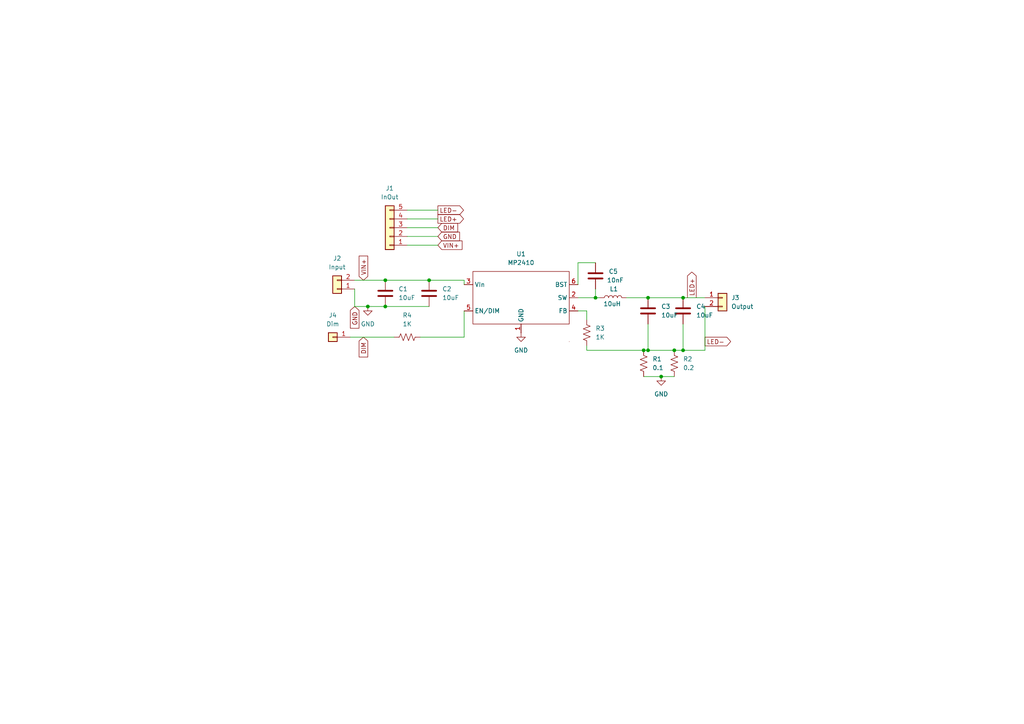
<source format=kicad_sch>
(kicad_sch (version 20250114) (generator "eeschema") (generator_version "9.0")
  (paper "A4")
  (lib_symbols
    (symbol "1_PowerICs:MP2410"
      (property "Reference" "U" (at -5.588 -2.54 0))
      (symbol "MP2410_0_1"
        (rectangle (start -13.97 7.62) (end 13.97 -7.62))
        (rectangle (start 13.97 -12.7) (end 13.97 -12.7))
      )
      (symbol "MP2410_1_1"
        (pin power_in line (at -16.51 3.81 0) (length 2.54) (name "VIn") (number "3"))
        (pin input line (at -16.51 -3.81 0) (length 2.54) (name "EN/DIM") (number "5"))
        (pin power_in line (at 0 -10.16 90) (length 2.54) (name "GND") (number "1"))
        (pin input line (at 16.51 3.81 180) (length 2.54) (name "BST") (number "6"))
        (pin power_out line (at 16.51 0 180) (length 2.54) (name "SW") (number "2"))
        (pin input line (at 16.51 -3.81 180) (length 2.54) (name "FB") (number "4"))
      )
    )
    (symbol "Connector_Generic:Conn_01x01" (pin_names (offset 1.016) (hide yes))
      (property "Reference" "J" (at 0 2.54 0))
      (property "Value" "Conn_01x01" (at 0 -2.54 0))
      (symbol "Conn_01x01_1_1"
        (rectangle (start -1.27 1.27) (end 1.27 -1.27) (stroke (width 0.254)) (fill (type background)))
        (rectangle (start -1.27 0.127) (end 0 -0.127) (stroke (width 0.1524)))
        (pin passive line (at -5.08 0 0) (length 3.81) (name "Pin_1") (number "1"))
      )
    )
    (symbol "Connector_Generic:Conn_01x02" (pin_names (offset 1.016) (hide yes))
      (property "Reference" "J" (at 0 2.54 0))
      (property "Value" "Conn_01x02" (at 0 -5.08 0))
      (symbol "Conn_01x02_1_1"
        (rectangle (start -1.27 1.27) (end 1.27 -3.81) (stroke (width 0.254)) (fill (type background)))
        (rectangle (start -1.27 0.127) (end 0 -0.127) (stroke (width 0.1524)))
        (rectangle (start -1.27 -2.413) (end 0 -2.667) (stroke (width 0.1524)))
        (pin passive line (at -5.08 0 0) (length 3.81) (name "Pin_1") (number "1"))
        (pin passive line (at -5.08 -2.54 0) (length 3.81) (name "Pin_2") (number "2"))
      )
    )
    (symbol "Connector_Generic:Conn_01x05" (pin_names (offset 1.016) (hide yes))
      (property "Reference" "J" (at 0 7.62 0))
      (property "Value" "Conn_01x05" (at 0 -7.62 0))
      (symbol "Conn_01x05_1_1"
        (rectangle (start -1.27 6.35) (end 1.27 -6.35) (stroke (width 0.254)) (fill (type background)))
        (rectangle (start -1.27 5.207) (end 0 4.953) (stroke (width 0.1524)))
        (rectangle (start -1.27 2.667) (end 0 2.413) (stroke (width 0.1524)))
        (rectangle (start -1.27 0.127) (end 0 -0.127) (stroke (width 0.1524)))
        (rectangle (start -1.27 -2.413) (end 0 -2.667) (stroke (width 0.1524)))
        (rectangle (start -1.27 -4.953) (end 0 -5.207) (stroke (width 0.1524)))
        (pin passive line (at -5.08 5.08 0) (length 3.81) (name "Pin_1") (number "1"))
        (pin passive line (at -5.08 2.54 0) (length 3.81) (name "Pin_2") (number "2"))
        (pin passive line (at -5.08 0 0) (length 3.81) (name "Pin_3") (number "3"))
        (pin passive line (at -5.08 -2.54 0) (length 3.81) (name "Pin_4") (number "4"))
        (pin passive line (at -5.08 -5.08 0) (length 3.81) (name "Pin_5") (number "5"))
      )
    )
    (symbol "Device:C" (pin_numbers (hide yes)) (pin_names (offset 0.254))
      (property "Reference" "C" (at 0.635 2.54 0))
      (property "Value" "C" (at 0.635 -2.54 0))
      (symbol "C_0_1"
        (polyline (pts (xy -2.032 0.762) (xy 2.032 0.762)) (stroke (width 0.508)))
        (polyline (pts (xy -2.032 -0.762) (xy 2.032 -0.762)) (stroke (width 0.508)))
      )
      (symbol "C_1_1"
        (pin passive line (at 0 3.81 270) (length 2.794) (name "~") (number "1"))
        (pin passive line (at 0 -3.81 90) (length 2.794) (name "~") (number "2"))
      )
    )
    (symbol "Device:L" (pin_numbers (hide yes)) (pin_names (offset 1.016) (hide yes))
      (property "Reference" "L" (at -1.27 0 90))
      (property "Value" "L" (at 1.905 0 90))
      (symbol "L_0_1"
        (arc (start 0 2.54) (mid 0.6323 1.905) (end 0 1.27))
        (arc (start 0 1.27) (mid 0.6323 0.635) (end 0 0))
        (arc (start 0 0) (mid 0.6323 -0.635) (end 0 -1.27))
        (arc (start 0 -1.27) (mid 0.6323 -1.905) (end 0 -2.54))
      )
      (symbol "L_1_1"
        (pin passive line (at 0 3.81 270) (length 1.27) (name "1") (number "1"))
        (pin passive line (at 0 -3.81 90) (length 1.27) (name "2") (number "2"))
      )
    )
    (symbol "Device:R_US" (pin_numbers (hide yes)) (pin_names (offset 0))
      (property "Reference" "R" (at 2.54 0 90))
      (property "Value" "R_US" (at -2.54 0 90))
      (symbol "R_US_0_1"
        (polyline (pts (xy 0 2.286) (xy 0 2.54)))
        (polyline (pts (xy 0 2.286) (xy 1.016 1.905) (xy 0 1.524) (xy -1.016 1.143) (xy 0 0.762)))
        (polyline (pts (xy 0 0.762) (xy 1.016 0.381) (xy 0 0) (xy -1.016 -0.381) (xy 0 -0.762)))
        (polyline (pts (xy 0 -0.762) (xy 1.016 -1.143) (xy 0 -1.524) (xy -1.016 -1.905) (xy 0 -2.286)))
        (polyline (pts (xy 0 -2.286) (xy 0 -2.54)))
      )
      (symbol "R_US_1_1"
        (pin passive line (at 0 3.81 270) (length 1.27) (name "~") (number "1"))
        (pin passive line (at 0 -3.81 90) (length 1.27) (name "~") (number "2"))
      )
    )
    (symbol "power:GND" (power) (pin_numbers (hide yes)) (pin_names (offset 0) (hide yes))
      (property "Value" "GND" (at 0 -3.81 0))
      (symbol "GND_0_1"
        (polyline (pts (xy 0 0) (xy 0 -1.27) (xy 1.27 -1.27) (xy 0 -2.54) (xy -1.27 -1.27) (xy 0 -1.27)))
      )
      (symbol "GND_1_1"
        (pin power_in line (at 0 0 270) (length 0) (name "~") (number "1"))
      )
    )
  )
  (junction (at 186.69 101.6))
  (junction (at 106.68 88.9))
  (junction (at 187.96 101.6))
  (junction (at 124.46 81.28))
  (junction (at 172.72 86.36))
  (junction (at 198.12 101.6))
  (junction (at 111.76 88.9))
  (junction (at 111.76 81.28))
  (junction (at 198.12 86.36))
  (junction (at 195.58 101.6))
  (junction (at 187.96 86.36))
  (junction (at 191.77 109.22))
  (wire (pts (xy 118.11 63.5) (xy 127 63.5)))
  (wire (pts (xy 187.96 101.6) (xy 195.58 101.6)))
  (wire (pts (xy 186.69 101.6) (xy 170.18 101.6)))
  (wire (pts (xy 170.18 101.6) (xy 170.18 100.33)))
  (wire (pts (xy 102.87 88.9) (xy 102.87 83.82)))
  (wire (pts (xy 106.68 88.9) (xy 102.87 88.9)))
  (wire (pts (xy 111.76 81.28) (xy 124.46 81.28)))
  (wire (pts (xy 102.87 81.28) (xy 111.76 81.28)))
  (wire (pts (xy 204.47 88.9) (xy 204.47 101.6)))
  (wire (pts (xy 187.96 93.98) (xy 187.96 101.6)))
  (wire (pts (xy 167.64 82.55) (xy 167.64 76.2)))
  (wire (pts (xy 118.11 71.12) (xy 127 71.12)))
  (wire (pts (xy 186.69 101.6) (xy 187.96 101.6)))
  (wire (pts (xy 118.11 68.58) (xy 127 68.58)))
  (wire (pts (xy 111.76 88.9) (xy 106.68 88.9)))
  (wire (pts (xy 198.12 93.98) (xy 198.12 101.6)))
  (wire (pts (xy 134.62 90.17) (xy 134.62 97.79)))
  (wire (pts (xy 181.61 86.36) (xy 187.96 86.36)))
  (wire (pts (xy 186.69 109.22) (xy 191.77 109.22)))
  (wire (pts (xy 101.6 97.79) (xy 114.3 97.79)))
  (wire (pts (xy 167.64 86.36) (xy 172.72 86.36)))
  (wire (pts (xy 167.64 76.2) (xy 172.72 76.2)))
  (wire (pts (xy 170.18 92.71) (xy 170.18 90.17)))
  (wire (pts (xy 204.47 101.6) (xy 198.12 101.6)))
  (wire (pts (xy 118.11 60.96) (xy 127 60.96)))
  (wire (pts (xy 172.72 86.36) (xy 173.99 86.36)))
  (wire (pts (xy 198.12 101.6) (xy 195.58 101.6)))
  (wire (pts (xy 172.72 83.82) (xy 172.72 86.36)))
  (wire (pts (xy 191.77 109.22) (xy 195.58 109.22)))
  (wire (pts (xy 134.62 81.28) (xy 134.62 82.55)))
  (wire (pts (xy 198.12 86.36) (xy 204.47 86.36)))
  (wire (pts (xy 111.76 88.9) (xy 124.46 88.9)))
  (wire (pts (xy 170.18 90.17) (xy 167.64 90.17)))
  (wire (pts (xy 118.11 66.04) (xy 127 66.04)))
  (wire (pts (xy 134.62 97.79) (xy 121.92 97.79)))
  (wire (pts (xy 187.96 86.36) (xy 198.12 86.36)))
  (wire (pts (xy 124.46 81.28) (xy 134.62 81.28)))
  (global_label "LED-" (shape output) (at 127 60.96 0) (property "Intersheetrefs" "${INTERSHEET_REFS}" (effects (hide yes))))
  (global_label "LED+" (shape output) (at 127 63.5 0) (property "Intersheetrefs" "${INTERSHEET_REFS}" (effects (hide yes))))
  (global_label "GND" (shape input) (at 102.87 88.9 270) (property "Intersheetrefs" "${INTERSHEET_REFS}" (effects (hide yes))))
  (global_label "GND" (shape input) (at 127 68.58 0) (property "Intersheetrefs" "${INTERSHEET_REFS}" (effects (hide yes))))
  (global_label "DIM" (shape input) (at 127 66.04 0) (property "Intersheetrefs" "${INTERSHEET_REFS}" (effects (hide yes))))
  (global_label "VIN+" (shape input) (at 105.41 81.28 90) (property "Intersheetrefs" "${INTERSHEET_REFS}" (effects (hide yes))))
  (global_label "LED+" (shape output) (at 200.66 86.36 90) (property "Intersheetrefs" "${INTERSHEET_REFS}" (effects (hide yes))))
  (global_label "LED-" (shape output) (at 204.47 99.06 0) (property "Intersheetrefs" "${INTERSHEET_REFS}" (effects (hide yes))))
  (global_label "DIM" (shape input) (at 105.41 97.79 270) (property "Intersheetrefs" "${INTERSHEET_REFS}" (effects (hide yes))))
  (global_label "VIN+" (shape input) (at 127 71.12 0) (property "Intersheetrefs" "${INTERSHEET_REFS}" (effects (hide yes))))
  (symbol (lib_id "Device:R_US") (at 186.69 105.41 0) (unit 1)
    (property "Reference" "R1" (at 189.23 104.1399 0) (effects (justify left)))
    (property "Value" "0.1" (at 189.23 106.6799 0) (effects (justify left)))
    (property "Footprint" "Resistor_SMD:R_1206_3216Metric_Pad1.30x1.75mm_HandSolder" (effects (hide yes)))
    (property "Description" "Resistor, US symbol" (effects (hide yes)))
  )
  (symbol (lib_id "power:GND") (at 106.68 88.9 0) (unit 1)
    (property "Reference" "#PWR01" (effects (hide yes)))
    (property "Value" "GND" (at 106.68 93.98 0))
    (property "Description" "Power symbol creates a global label with name \"GND\" , ground" (effects (hide yes)))
  )
  (symbol (lib_id "Device:C") (at 172.72 80.01 0) (unit 1)
    (property "Reference" "C5" (at 176.53 78.7399 0) (effects (justify left)))
    (property "Value" "10nF" (at 176.022 81.28 0) (effects (justify left)))
    (property "Footprint" "Capacitor_SMD:C_0805_2012Metric" (effects (hide yes)))
    (property "Description" "Unpolarized capacitor" (effects (hide yes)))
  )
  (symbol (lib_id "Device:C") (at 187.96 90.17 0) (unit 1)
    (property "Reference" "C3" (at 191.77 88.8999 0) (effects (justify left)))
    (property "Value" "10uF" (at 191.77 91.4399 0) (effects (justify left)))
    (property "Footprint" "Capacitor_SMD:C_1210_3225Metric" (effects (hide yes)))
    (property "Description" "Unpolarized capacitor" (effects (hide yes)))
  )
  (symbol (lib_id "Connector_Generic:Conn_01x02") (at 97.79 83.82 180) (unit 1)
    (property "Reference" "J2" (at 97.79 74.93 0))
    (property "Value" "Input" (at 97.79 77.47 0))
    (property "Footprint" "Connector_PinHeader_2.54mm:PinHeader_1x02_P2.54mm_Vertical" (effects (hide yes)))
    (property "Description" "Generic connector, single row, 01x02, script generated (kicad-library-utils/schlib/autogen/connector/)" (effects (hide yes)))
  )
  (symbol (lib_id "Device:L") (at 177.8 86.36 90) (unit 1)
    (property "Reference" "L1" (at 178.054 83.82 90))
    (property "Value" "10uH" (at 177.546 88.138 90))
    (property "Footprint" "Inductor_SMD:SRR1050A" (effects (hide yes)))
    (property "Description" "Inductor" (effects (hide yes)))
  )
  (symbol (lib_id "Connector_Generic:Conn_01x05") (at 113.03 66.04 180) (unit 1)
    (property "Reference" "J1" (at 113.03 54.61 0))
    (property "Value" "InOut" (at 113.03 57.15 0))
    (property "Footprint" "Connector_PinHeader_2.54mm:PinHeader_1x05_P2.54mm_Vertical" (effects (hide yes)))
    (property "Description" "Generic connector, single row, 01x05, script generated (kicad-library-utils/schlib/autogen/connector/)" (effects (hide yes)))
  )
  (symbol (lib_id "Device:R_US") (at 118.11 97.79 90) (unit 1)
    (property "Reference" "R4" (at 118.11 91.44 90))
    (property "Value" "1K" (at 118.11 93.98 90))
    (property "Footprint" "Resistor_SMD:R_0805_2012Metric" (effects (hide yes)))
    (property "Description" "Resistor, US symbol" (effects (hide yes)))
  )
  (symbol (lib_id "power:GND") (at 151.13 96.52 0) (unit 1)
    (property "Reference" "#PWR02" (effects (hide yes)))
    (property "Value" "GND" (at 151.13 101.6 0))
    (property "Description" "Power symbol creates a global label with name \"GND\" , ground" (effects (hide yes)))
  )
  (symbol (lib_id "Device:C") (at 124.46 85.09 0) (unit 1)
    (property "Reference" "C2" (at 128.27 83.8199 0) (effects (justify left)))
    (property "Value" "10uF" (at 128.27 86.3599 0) (effects (justify left)))
    (property "Footprint" "Capacitor_SMD:C_1210_3225Metric" (effects (hide yes)))
    (property "Description" "Unpolarized capacitor" (effects (hide yes)))
  )
  (symbol (lib_id "Device:C") (at 198.12 90.17 0) (unit 1)
    (property "Reference" "C4" (at 201.93 88.8999 0) (effects (justify left)))
    (property "Value" "10uF" (at 201.93 91.4399 0) (effects (justify left)))
    (property "Footprint" "Capacitor_SMD:C_1210_3225Metric" (effects (hide yes)))
    (property "Description" "Unpolarized capacitor" (effects (hide yes)))
  )
  (symbol (lib_id "power:GND") (at 191.77 109.22 0) (unit 1)
    (property "Reference" "#PWR03" (effects (hide yes)))
    (property "Value" "GND" (at 191.77 114.3 0))
    (property "Description" "Power symbol creates a global label with name \"GND\" , ground" (effects (hide yes)))
  )
  (symbol (lib_id "Device:R_US") (at 170.18 96.52 180) (unit 1)
    (property "Reference" "R3" (at 172.72 95.2499 0) (effects (justify right)))
    (property "Value" "1K" (at 172.72 97.7899 0) (effects (justify right)))
    (property "Footprint" "Resistor_SMD:R_0805_2012Metric" (effects (hide yes)))
    (property "Description" "Resistor, US symbol" (effects (hide yes)))
  )
  (symbol (lib_id "Device:R_US") (at 195.58 105.41 0) (unit 1)
    (property "Reference" "R2" (at 198.12 104.1399 0) (effects (justify left)))
    (property "Value" "0.2" (at 198.12 106.6799 0) (effects (justify left)))
    (property "Footprint" "Resistor_SMD:R_1206_3216Metric_Pad1.30x1.75mm_HandSolder" (effects (hide yes)))
    (property "Description" "Resistor, US symbol" (effects (hide yes)))
  )
  (symbol (lib_id "Connector_Generic:Conn_01x01") (at 96.52 97.79 180) (unit 1)
    (property "Reference" "J4" (at 96.52 91.44 0))
    (property "Value" "Dim" (at 96.52 93.98 0))
    (property "Footprint" "Connector_PinHeader_2.54mm:PinHeader_1x01_P2.54mm_Vertical" (effects (hide yes)))
    (property "Description" "Generic connector, single row, 01x01, script generated (kicad-library-utils/schlib/autogen/connector/)" (effects (hide yes)))
  )
  (symbol (lib_id "1_PowerICs:MP2410") (at 151.13 86.36 0) (unit 1)
    (property "Reference" "U1" (at 151.13 73.66 0))
    (property "Value" "MP2410" (at 151.13 76.2 0))
    (property "Footprint" "Package_TO_SOT_SMD:SOT-23-6_Handsoldering" (effects (hide yes)))
  )
  (symbol (lib_id "Device:C") (at 111.76 85.09 0) (unit 1)
    (property "Reference" "C1" (at 115.57 83.8199 0) (effects (justify left)))
    (property "Value" "10uF" (at 115.57 86.3599 0) (effects (justify left)))
    (property "Footprint" "Capacitor_SMD:C_1210_3225Metric" (effects (hide yes)))
    (property "Description" "Unpolarized capacitor" (effects (hide yes)))
  )
  (symbol (lib_id "Connector_Generic:Conn_01x02") (at 209.55 86.36 0) (unit 1)
    (property "Reference" "J3" (at 212.09 86.3599 0) (effects (justify left)))
    (property "Value" "Output" (at 212.09 88.8999 0) (effects (justify left)))
    (property "Footprint" "Connector_PinHeader_2.54mm:PinHeader_1x02_P2.54mm_Vertical" (effects (hide yes)))
    (property "Description" "Generic connector, single row, 01x02, script generated (kicad-library-utils/schlib/autogen/connector/)" (effects (hide yes)))
  )
)
</source>
